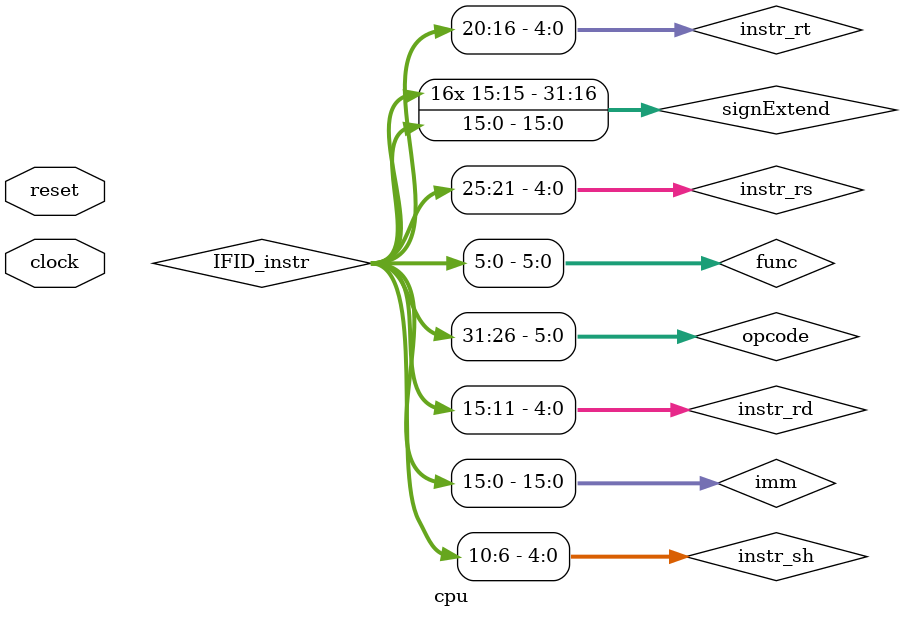
<source format=v>
/***********************************************************************************************/
/*********************************  MIPS 5-stage pipeline implementation ***********************/
/***********************************************************************************************/

module cpu(input clock, input reset);
 reg [31:0] PC; 
 reg [31:0] IFID_PCplus4;
 reg [31:0] IFID_instr;
 reg [31:0] IDEX_rdA, IDEX_rdB, IDEX_signExtend;
 reg [4:0]  IDEX_instr_rt, IDEX_instr_rs, IDEX_instr_rd;                            
 reg        IDEX_RegDst, IDEX_ALUSrc;
 reg [1:0]  IDEX_ALUcntrl;
 reg        IDEX_Branch, IDEX_MemRead, IDEX_MemWrite; 
 reg        IDEX_MemToReg, IDEX_RegWrite;                
 reg [4:0]  EXMEM_RegWriteAddr, EXMEM_instr_rd; 
 reg [31:0] EXMEM_ALUOut;
 reg        EXMEM_Zero;
 reg [31:0] EXMEM_MemWriteData;
 reg        EXMEM_Branch, EXMEM_MemRead, EXMEM_MemWrite, EXMEM_RegWrite, EXMEM_MemToReg;
 reg [31:0] MEMWB_DMemOut;
 reg [4:0]  MEMWB_RegWriteAddr, MEMWB_instr_rd; 
 reg [31:0] MEMWB_ALUOut;
 reg        MEMWB_MemToReg, MEMWB_RegWrite;               
 wire [31:0] instr, ALUInA, ALUInB, ALUOut, rdA, rdB, signExtend, DMemOut, wRegData, PCIncr;
 wire Zero, RegDst, MemRead, MemWrite, MemToReg, ALUSrc, RegWrite, Branch;
 wire [5:0] opcode, func;
 wire [4:0] instr_rs, instr_rt, instr_rd, RegWriteAddr;
 wire [3:0] ALUOp;
 wire [1:0] ALUcntrl;
 wire [15:0] imm;

//dikes mas
  wire [1:0] bypassA, bypassB, bypassC, bypassD;
  wire stall, ifid_write, pc_write, Jump, bubble_idex ,PCSrc; 
  wire [4:0] instr_sh;
  reg  [4:0] IDEX_Shamt;
  reg   Zero_b;
  reg   [31:0] RDA ,RDB;
  wire  [31:0]D , J;

/***************** Instruction Fetch Unit (IF)  ****************/
 always @(posedge clock or negedge reset)
  begin 
    if (reset == 1'b0)     
       PC <= -1;     
    else if (PC == -1)
       PC <= 0;
    else if (pc_write == 1'b1)
       PC <= PC;
    else 
       PC <= PC + 4;
  end
  
  always @(posedge clock)
    begin
      if (PCSrc == 1'b1) 
        PC <= D + PC;
      if (Jump == 1'b1)
        PC <= J;
    end
  // IFID pipeline register

 always @(posedge clock or negedge reset)
  begin 
    if (reset == 1'b0)     
      begin
       IFID_PCplus4 <= 32'b0;    
       IFID_instr <= 32'b0;
    end 
    else 
      begin
       IFID_PCplus4 <= PC + 32'd4;
       IFID_instr <= instr;
    end
  end
  
  always @(posedge clock)begin
    if(ifid_write == 1'b1)begin
      IFID_PCplus4 <=  IFID_PCplus4;
      IFID_instr <= IFID_instr;
    end
    if(bubble_idex == 1'b1)begin
      IFID_PCplus4 <= 32'b0;    
      IFID_instr <= 32'b0;
    end
  end

// Instruction memory 1KB
Memory cpu_IMem(clock, reset, 1'b1, 1'b0, PC>>2, 32'b0, instr);
  
   
/***************** Instruction Decode Unit (ID)  ****************/
assign opcode = IFID_instr[31:26];
assign func = IFID_instr[5:0];
assign instr_rs = IFID_instr[25:21];
assign instr_rt = IFID_instr[20:16];
assign instr_rd = IFID_instr[15:11];
assign instr_sh = IFID_instr[10:6];
assign imm = IFID_instr[15:0];
assign signExtend = {{16{imm[15]}}, imm};


assign D = signExtend * 4;
assign J = IFID_instr[25:0] * 4;
// Register file
RegFile cpu_regs(clock, reset, instr_rs, instr_rt, MEMWB_RegWriteAddr, MEMWB_RegWrite, wRegData, rdA, rdB);

control_bypass_branch bypass_branch(bypassC, bypassD, opcode, instr_rs, instr_rt, IDEX_instr_rs, IDEX_instr_rt, EXMEM_RegWriteAddr, MEMWB_RegWriteAddr , EXMEM_RegWrite, MEMWB_RegWrite);

always @(posedge clock)
begin
  case (bypassC)
    2'b00: RDA = rdA;
    2'b01:  RDA = wRegData;
    2'b10:  RDA = EXMEM_ALUOut; 
    2'b11:  RDA = ALUOut;
    default:  RDA= 32'bx;
  endcase
  case (bypassD)
    2'b00:  RDB = rdB;
    2'b01:  RDB = wRegData;
    2'b10:  RDB = EXMEM_ALUOut; 
    2'b11:  RDB = ALUOut;
    default:  RDB = 32'bx;
  endcase
end 

always @(*)begin
  if (RDA == RDB)
    Zero_b = 1;
  else
    Zero_b= 0;
end

// IDEX pipeline register
 always @(posedge clock or negedge reset)
  begin 
    if (reset == 1'b0)
      begin
       IDEX_rdA <= 32'b0;    
       IDEX_rdB <= 32'b0;
       IDEX_signExtend <= 32'b0;
       IDEX_instr_rd <= 5'b0;
       IDEX_instr_rs <= 5'b0;
       IDEX_instr_rt <= 5'b0;
       IDEX_RegDst <= 1'b0;
       IDEX_ALUcntrl <= 2'b0;
       IDEX_ALUSrc <= 1'b0;
       IDEX_Branch <= 1'b0;
       IDEX_MemRead <= 1'b0;
       IDEX_MemWrite <= 1'b0;
       IDEX_MemToReg <= 1'b0;                  
       IDEX_RegWrite <= 1'b0;
       IDEX_Shamt <= 5'b0;
    end 
    else 
      begin
       IDEX_rdA <= RDA;
       IDEX_rdB <= RDB;
       IDEX_signExtend <= signExtend;
       IDEX_instr_rd <= instr_rd;
       IDEX_instr_rs <= instr_rs;
       IDEX_instr_rt <= instr_rt;
       IDEX_RegDst <= RegDst;
       IDEX_ALUcntrl <= ALUcntrl;
       IDEX_ALUSrc <= ALUSrc;
       IDEX_Branch <= Branch;
       IDEX_MemRead <= MemRead;
       IDEX_MemWrite <= MemWrite;
       IDEX_MemToReg <= MemToReg;                  
       IDEX_RegWrite <= RegWrite;
       IDEX_Shamt <= instr_sh;
    end
  end

always @(posedge clock)
begin
  if (bubble_idex == 1'b1) begin
    IDEX_rdA <= 32'b0;    
    IDEX_rdB <= 32'b0;
    IDEX_signExtend <= 32'b0;
    IDEX_instr_rd <= 5'b0;
    IDEX_instr_rs <= 5'b0;
    IDEX_instr_rt <= 5'b0;
    IDEX_RegDst <= 1'b0;
    IDEX_ALUcntrl <= 2'b0;
    IDEX_ALUSrc <= 1'b0;
    IDEX_Branch <= 1'b0;
    IDEX_MemRead <= 1'b0;
    IDEX_MemWrite <= 1'b0;
    IDEX_MemToReg <= 1'b0;                  
    IDEX_RegWrite <= 1'b0;
    IDEX_Shamt <= 5'b0;
  end

  case (stall)
    1'b0:begin
      IDEX_rdA<= RDA;
       IDEX_rdB<= RDB;
       IDEX_signExtend<= signExtend;
       IDEX_instr_rd<= instr_rd;
       IDEX_instr_rs<= instr_rs;
       IDEX_instr_rt<= instr_rt;
       IDEX_RegDst<= RegDst;
       IDEX_ALUcntrl<= ALUcntrl;
       IDEX_ALUSrc<= ALUSrc;
       IDEX_Branch<= Branch;
       IDEX_MemRead<= MemRead;
       IDEX_MemWrite<= MemWrite;
       IDEX_MemToReg<= MemToReg;                  
       IDEX_RegWrite<= RegWrite;
       IDEX_Shamt <= instr_sh;
    end 
    1'b1:
    begin
      IDEX_rdA <= 32'b0;    
       IDEX_rdB <= 32'b0;
       IDEX_signExtend <= 32'b0;
       IDEX_instr_rd <= 5'b0;
       IDEX_instr_rs <= 5'b0;
       IDEX_instr_rt <= 5'b0;
       IDEX_RegDst <= 1'b0;
       IDEX_ALUcntrl <= 2'b0;
       IDEX_ALUSrc <= 1'b0;
       IDEX_Branch <= 1'b0;
       IDEX_MemRead <= 1'b0;
       IDEX_MemWrite <= 1'b0;
       IDEX_MemToReg <= 1'b0;                  
       IDEX_RegWrite <= 1'b0;
       IDEX_Shamt <= 5'b0;
    end 
    default: begin
      IDEX_rdA <= 32'bx;    
       IDEX_rdB <= 32'bx;
       IDEX_signExtend <= 32'bx;
       IDEX_instr_rd <= 5'bx;
       IDEX_instr_rs <= 5'bx;
       IDEX_instr_rt <= 5'bx;
       IDEX_RegDst <= 1'bx;
       IDEX_ALUcntrl <= 2'bx;
       IDEX_ALUSrc <= 1'bx;
       IDEX_Branch <= 1'bx;
       IDEX_MemRead <= 1'bx;
       IDEX_MemWrite <= 1'bx;
       IDEX_MemToReg <= 1'bx;                  
       IDEX_RegWrite <= 1'bx;
       IDEX_Shamt <= 5'bx;
    end
  endcase
end
// Main Control Unit 
control_main control_main (RegDst,
                  PCSrc,
                  MemRead,
                  MemWrite,
                  MemToReg,
                  ALUSrc,
                  RegWrite,
                  Jump,
                  ALUcntrl,
                  bubble_idex,
                  Zero_b,
                  opcode);
                  
// Instantiation of Control Unit that generates stalls goes here
control_stall_ex control_stall(stall, ifid_write, pc_write, IDEX_MemRead, IDEX_instr_rt, IDEX_instr_rs, instr_rs, instr_rt, bubble_idex);
                          
/***************** Execution Unit (EX)  ****************/
always @( negedge clock)
begin
  case (bypassA)
    2'b00:  IDEX_rdA = IDEX_rdA;
    2'b01:  IDEX_rdA = wRegData;
    2'b10:  IDEX_rdA = EXMEM_ALUOut; 
    default:  IDEX_rdA = 32'bx;
  endcase
  case (bypassB)
    2'b00:  IDEX_rdB = IDEX_rdB;
    2'b01:  IDEX_rdB = wRegData;
    2'b10:  IDEX_rdB = EXMEM_ALUOut; 
    default:  IDEX_rdB = 32'bx;
  endcase
end 

assign ALUInA = IDEX_rdA;
                 
assign ALUInB = (IDEX_ALUSrc == 1'b0) ? IDEX_rdB : IDEX_signExtend;

//  ALU
ALU  #(32) cpu_alu(ALUOut, Zero, ALUInA, ALUInB, IDEX_Shamt, ALUOp);

assign RegWriteAddr = (IDEX_RegDst==1'b0) ? IDEX_instr_rt : IDEX_instr_rd;

 // EXMEM pipeline register
 always @(posedge clock or negedge reset)
  begin 
    if (reset == 1'b0)     
      begin
       EXMEM_ALUOut <= 32'b0;    
       EXMEM_RegWriteAddr <= 5'b0;
       EXMEM_MemWriteData <= 32'b0;
       EXMEM_Zero <= 1'b0;
       EXMEM_Branch <= 1'b0;
       EXMEM_MemRead <= 1'b0;
       EXMEM_MemWrite <= 1'b0;
       EXMEM_MemToReg <= 1'b0;                  
       EXMEM_RegWrite <= 1'b0;
      end 
    else 
      begin
       EXMEM_ALUOut <= ALUOut;    
       EXMEM_RegWriteAddr <= RegWriteAddr;
       EXMEM_MemWriteData <= IDEX_rdB;
       EXMEM_Zero <= Zero;
       EXMEM_Branch <= IDEX_Branch;
       EXMEM_MemRead <= IDEX_MemRead;
       EXMEM_MemWrite <= IDEX_MemWrite;
       EXMEM_MemToReg <= IDEX_MemToReg;                  
       EXMEM_RegWrite <= IDEX_RegWrite;
      end
  end
  
  // ALU control
  control_alu control_alu(ALUOp, IDEX_ALUcntrl, IDEX_signExtend[5:0]);
  
   // Instantiation of control logic for Forwarding goes here
  control_bypass_ex control_bypass (bypassA, bypassB, IDEX_instr_rs, IDEX_instr_rt, EXMEM_RegWriteAddr, MEMWB_RegWriteAddr , EXMEM_RegWrite, MEMWB_RegWrite);


  
  
  
/***************** Memory Unit (MEM)  ****************/  

// Data memory 1KB
Memory cpu_DMem(clock, reset, EXMEM_MemRead, EXMEM_MemWrite, EXMEM_ALUOut, EXMEM_MemWriteData, DMemOut);

// MEMWB pipeline register
 always @(posedge clock or negedge reset)
  begin 
    if (reset == 1'b0)     
      begin
       MEMWB_DMemOut <= 32'b0;    
       MEMWB_ALUOut <= 32'b0;
       MEMWB_RegWriteAddr <= 5'b0;
       MEMWB_MemToReg <= 1'b0;                  
       MEMWB_RegWrite <= 1'b0;
      end 
    else 
      begin
       MEMWB_DMemOut <= DMemOut;
       MEMWB_ALUOut <= EXMEM_ALUOut;
       MEMWB_RegWriteAddr <= EXMEM_RegWriteAddr;
       MEMWB_MemToReg <= EXMEM_MemToReg;                  
       MEMWB_RegWrite <= EXMEM_RegWrite;
      end
  end

  
  
  

/***************** WriteBack Unit (WB)  ****************/  
assign wRegData = (MEMWB_MemToReg == 1'b0) ? MEMWB_ALUOut : MEMWB_DMemOut;


endmodule
</source>
